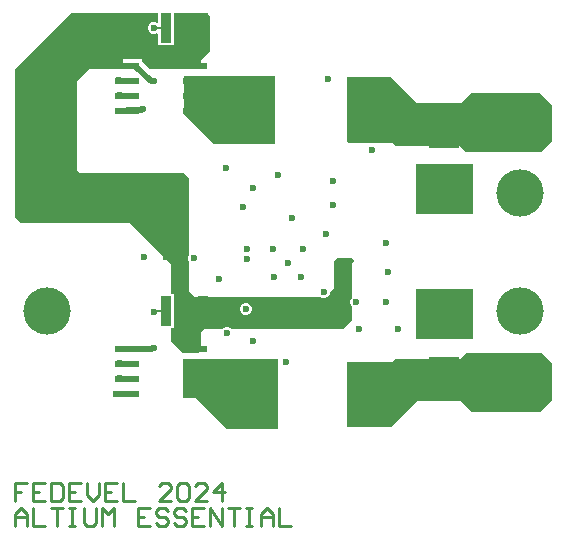
<source format=gtl>
G04*
G04 #@! TF.GenerationSoftware,Altium Limited,Altium Designer,23.3.1 (30)*
G04*
G04 Layer_Physical_Order=1*
G04 Layer_Color=255*
%FSLAX44Y44*%
%MOMM*%
G71*
G04*
G04 #@! TF.SameCoordinates,02606407-A08A-443E-84DD-E596A80F92CF*
G04*
G04*
G04 #@! TF.FilePolarity,Positive*
G04*
G01*
G75*
%ADD10C,0.2000*%
%ADD11C,0.2540*%
%ADD12R,2.1000X0.6000*%
%ADD13R,2.5500X3.7500*%
%ADD14R,3.8500X5.5000*%
%ADD15R,0.9000X2.5000*%
%ADD22C,0.5000*%
%ADD23C,4.0000*%
%ADD24C,0.6000*%
G36*
X187500Y450000D02*
Y420000D01*
X180000Y412500D01*
Y407500D01*
X177500Y405000D01*
X136489D01*
X129700Y411789D01*
Y413845D01*
X113760D01*
Y405000D01*
X85000D01*
X75000Y395000D01*
Y320000D01*
X77500Y317500D01*
X165000D01*
X170000Y312500D01*
Y248071D01*
X169761Y247832D01*
X169000Y245995D01*
Y244005D01*
X169761Y242168D01*
X170000Y241929D01*
Y217500D01*
X175000Y212500D01*
X280429D01*
X281168Y211761D01*
X283005Y211000D01*
X284995D01*
X286832Y211761D01*
X288239Y213168D01*
X289000Y215005D01*
Y216500D01*
X292500Y220000D01*
Y242500D01*
X295000Y245000D01*
X307500D01*
X310000Y242500D01*
X307500Y240000D01*
Y211571D01*
X306761Y210832D01*
X306000Y208995D01*
Y207005D01*
X306761Y205168D01*
X307500Y204429D01*
Y192500D01*
X300000Y185000D01*
X206071D01*
X204832Y186239D01*
X202995Y187000D01*
X201005D01*
X199168Y186239D01*
X197929Y185000D01*
X182500D01*
X180000Y182500D01*
Y167500D01*
X177500Y165000D01*
X165000D01*
X155000Y175000D01*
Y185500D01*
X157000D01*
Y214500D01*
X155000D01*
Y240000D01*
X120000Y275000D01*
X27500D01*
X22500Y280000D01*
Y405000D01*
X70000Y452500D01*
X144000D01*
Y444637D01*
X142777Y444064D01*
X140940Y444825D01*
X138950D01*
X137113Y444064D01*
X135706Y442657D01*
X134945Y440820D01*
Y438830D01*
X135706Y436993D01*
X137113Y435586D01*
X138950Y434825D01*
X140940D01*
X142777Y435586D01*
X142827Y435636D01*
X144000Y435150D01*
Y425500D01*
X157000D01*
Y452500D01*
X185000D01*
X187500Y450000D01*
D02*
G37*
G36*
X243000Y342000D02*
X191000D01*
X166000Y367000D01*
Y399080D01*
X166148Y399438D01*
X243000D01*
Y342000D01*
D02*
G37*
G36*
X363000Y376000D02*
X400000D01*
X409000Y385000D01*
X467000D01*
X477000Y375000D01*
Y344000D01*
X468000Y335000D01*
X404000D01*
X399000Y340000D01*
X345000D01*
X342000Y343000D01*
X304000D01*
Y398000D01*
X341000D01*
X363000Y376000D01*
D02*
G37*
G36*
X410000Y282500D02*
X362500D01*
Y325000D01*
X410000D01*
Y282500D01*
D02*
G37*
G36*
Y176500D02*
X362500D01*
Y219000D01*
X410000D01*
Y176500D01*
D02*
G37*
G36*
X477000Y156000D02*
Y125000D01*
X467000Y115000D01*
X409000D01*
X400000Y124000D01*
X363000D01*
X341000Y102000D01*
X304000D01*
Y157000D01*
X342000D01*
X345000Y160000D01*
X399000D01*
X404000Y165000D01*
X468000D01*
X477000Y156000D01*
D02*
G37*
G36*
X245000Y100000D02*
X202000D01*
X175000Y127000D01*
X165000D01*
Y160000D01*
X245000D01*
Y100000D01*
D02*
G37*
%LPC*%
G36*
X218995Y207000D02*
X217005D01*
X215168Y206239D01*
X213761Y204832D01*
X213000Y202995D01*
Y201005D01*
X213761Y199168D01*
X215168Y197761D01*
X217005Y197000D01*
X218995D01*
X220832Y197761D01*
X222239Y199168D01*
X223000Y201005D01*
Y202995D01*
X222239Y204832D01*
X220832Y206239D01*
X218995Y207000D01*
D02*
G37*
%LPD*%
D10*
X140120Y440000D02*
X150500D01*
X140120Y200000D02*
X150500D01*
D11*
X22540Y18540D02*
Y28697D01*
X27618Y33775D01*
X32697Y28697D01*
Y18540D01*
Y26158D01*
X22540D01*
X37775Y33775D02*
Y18540D01*
X47932D01*
X53010Y33775D02*
X63167D01*
X58088D01*
Y18540D01*
X68245Y33775D02*
X73324D01*
X70784D01*
Y18540D01*
X68245D01*
X73324D01*
X80941Y33775D02*
Y21079D01*
X83480Y18540D01*
X88559D01*
X91098Y21079D01*
Y33775D01*
X96176Y18540D02*
Y33775D01*
X101255Y28697D01*
X106333Y33775D01*
Y18540D01*
X136803Y33775D02*
X126646D01*
Y18540D01*
X136803D01*
X126646Y26158D02*
X131725D01*
X152038Y31236D02*
X149499Y33775D01*
X144421D01*
X141881Y31236D01*
Y28697D01*
X144421Y26158D01*
X149499D01*
X152038Y23618D01*
Y21079D01*
X149499Y18540D01*
X144421D01*
X141881Y21079D01*
X167273Y31236D02*
X164734Y33775D01*
X159656D01*
X157116Y31236D01*
Y28697D01*
X159656Y26158D01*
X164734D01*
X167273Y23618D01*
Y21079D01*
X164734Y18540D01*
X159656D01*
X157116Y21079D01*
X182508Y33775D02*
X172351D01*
Y18540D01*
X182508D01*
X172351Y26158D02*
X177430D01*
X187587Y18540D02*
Y33775D01*
X197743Y18540D01*
Y33775D01*
X202822D02*
X212978D01*
X207900D01*
Y18540D01*
X218057Y33775D02*
X223135D01*
X220596D01*
Y18540D01*
X218057D01*
X223135D01*
X230753D02*
Y28697D01*
X235831Y33775D01*
X240909Y28697D01*
Y18540D01*
Y26158D01*
X230753D01*
X245988Y33775D02*
Y18540D01*
X256144D01*
X32697Y54775D02*
X22540D01*
Y47158D01*
X27618D01*
X22540D01*
Y39540D01*
X47932Y54775D02*
X37775D01*
Y39540D01*
X47932D01*
X37775Y47158D02*
X42853D01*
X53010Y54775D02*
Y39540D01*
X60628D01*
X63167Y42079D01*
Y52236D01*
X60628Y54775D01*
X53010D01*
X78402D02*
X68245D01*
Y39540D01*
X78402D01*
X68245Y47158D02*
X73324D01*
X83480Y54775D02*
Y44618D01*
X88559Y39540D01*
X93637Y44618D01*
Y54775D01*
X108872D02*
X98715D01*
Y39540D01*
X108872D01*
X98715Y47158D02*
X103794D01*
X113950Y54775D02*
Y39540D01*
X124107D01*
X154577D02*
X144421D01*
X154577Y49697D01*
Y52236D01*
X152038Y54775D01*
X146960D01*
X144421Y52236D01*
X159656D02*
X162195Y54775D01*
X167273D01*
X169812Y52236D01*
Y42079D01*
X167273Y39540D01*
X162195D01*
X159656Y42079D01*
Y52236D01*
X185047Y39540D02*
X174891D01*
X185047Y49697D01*
Y52236D01*
X182508Y54775D01*
X177430D01*
X174891Y52236D01*
X197743Y39540D02*
Y54775D01*
X190126Y47158D01*
X200282D01*
D12*
X117000Y168050D02*
D03*
Y155350D02*
D03*
Y142650D02*
D03*
Y129950D02*
D03*
X175000Y168050D02*
D03*
Y155350D02*
D03*
Y142650D02*
D03*
Y129950D02*
D03*
Y369950D02*
D03*
Y382650D02*
D03*
Y395350D02*
D03*
Y408050D02*
D03*
X117000Y369950D02*
D03*
Y382650D02*
D03*
Y395350D02*
D03*
Y408050D02*
D03*
D13*
X386000Y143000D02*
D03*
Y197000D02*
D03*
Y303000D02*
D03*
Y357000D02*
D03*
D14*
X322750Y130000D02*
D03*
X223250D02*
D03*
X322750Y370000D02*
D03*
X223250D02*
D03*
D15*
X181500Y200000D02*
D03*
X150500D02*
D03*
X181500Y440000D02*
D03*
X150500D02*
D03*
D22*
X139729Y169000D02*
X140000D01*
X138779Y168050D02*
X139729Y169000D01*
X117000Y168050D02*
X138779D01*
X130729Y371000D02*
X131000D01*
X130179Y370450D02*
X130729Y371000D01*
X117500Y370450D02*
X130179D01*
X117000Y369950D02*
X117500Y370450D01*
X139809Y395191D02*
X140000Y395000D01*
X137359Y395191D02*
X139809D01*
X124500Y408050D02*
X137359Y395191D01*
X117000Y408050D02*
X124500D01*
D23*
X450000Y300000D02*
D03*
Y360000D02*
D03*
Y200000D02*
D03*
Y140000D02*
D03*
X50000Y300000D02*
D03*
Y200000D02*
D03*
D24*
X150000Y246000D02*
D03*
X292000Y290000D02*
D03*
X286000Y265432D02*
D03*
X224000Y175000D02*
D03*
Y304000D02*
D03*
X245000Y200000D02*
D03*
X315000Y360000D02*
D03*
X292000Y310500D02*
D03*
X245000Y315000D02*
D03*
X367500Y209000D02*
D03*
Y184000D02*
D03*
X405000Y209000D02*
D03*
Y184000D02*
D03*
Y290000D02*
D03*
Y315000D02*
D03*
X367500Y290000D02*
D03*
Y315000D02*
D03*
X140000Y395000D02*
D03*
X297500Y232500D02*
D03*
X160000Y290000D02*
D03*
X352000Y360000D02*
D03*
X257000Y279000D02*
D03*
X367000Y142000D02*
D03*
X314000Y185000D02*
D03*
X347000D02*
D03*
X219000Y253000D02*
D03*
Y244000D02*
D03*
X311000Y208000D02*
D03*
X284000Y216000D02*
D03*
X253500Y241000D02*
D03*
X266000Y253000D02*
D03*
X241000D02*
D03*
X242000Y229000D02*
D03*
X265000D02*
D03*
X108000Y130000D02*
D03*
X195159Y227481D02*
D03*
X131000Y371000D02*
D03*
X203000Y155000D02*
D03*
X202000Y182000D02*
D03*
X218000Y202000D02*
D03*
X201000Y345393D02*
D03*
Y321000D02*
D03*
X216000Y288000D02*
D03*
X140000Y169000D02*
D03*
X111175Y143475D02*
D03*
Y156175D02*
D03*
X139945Y199825D02*
D03*
Y439825D02*
D03*
X111175Y383475D02*
D03*
X111000Y396000D02*
D03*
X325000Y337000D02*
D03*
X288000Y397000D02*
D03*
X337000Y208000D02*
D03*
X338000Y233000D02*
D03*
X337000Y258000D02*
D03*
X252000Y157000D02*
D03*
X174000Y245000D02*
D03*
X132000Y246000D02*
D03*
M02*

</source>
